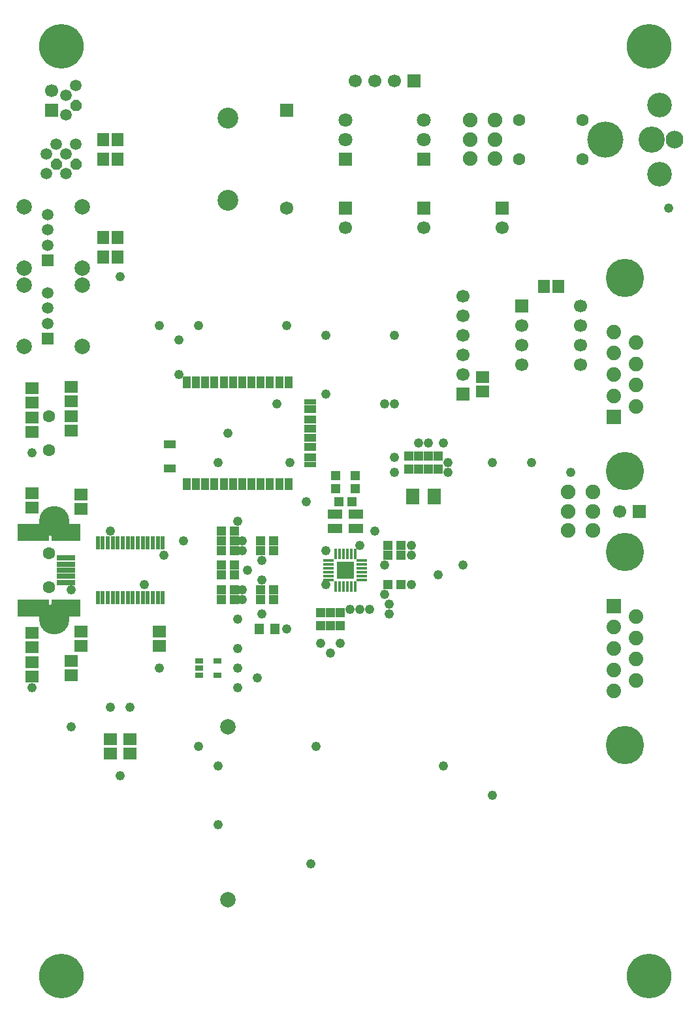
<source format=gbr>
G04 DipTrace 2.1.0.5*
%INBottom Mask.gbr*%
%MOIN*%
%ADD10C,0.0098*%
%ADD11C,0.0055*%
%ADD12C,0.003*%
%ADD13C,0.05*%
%ADD14C,0.025*%
%ADD15C,0.01*%
%ADD16C,0.0125*%
%ADD17C,0.02*%
%ADD18C,0.1*%
%ADD19C,0.0013*%
%ADD20C,0.15*%
%ADD21C,0.0039*%
%ADD22R,0.0591X0.0591*%
%ADD23C,0.0591*%
%ADD24R,0.0433X0.0394*%
%ADD25R,0.0512X0.0591*%
%ADD26R,0.0591X0.0512*%
%ADD27R,0.0394X0.0433*%
%ADD28R,0.063X0.0709*%
%ADD29R,0.0886X0.0197*%
%ADD30R,0.1378X0.0807*%
%ADD31R,0.1535X0.0807*%
%ADD32C,0.0551*%
%ADD33C,0.0984*%
%ADD34R,0.0665X0.0665*%
%ADD35C,0.0665*%
%ADD36C,0.1874*%
%ADD37R,0.0748X0.0394*%
%ADD38R,0.0866X0.0551*%
%ADD39R,0.0354X0.0551*%
%ADD40C,0.0591*%
%ADD41C,0.0512*%
%ADD42R,0.1181X0.0433*%
%ADD43R,0.0787X0.1181*%
%ADD44R,0.0394X0.1181*%
%ADD45C,0.0709*%
%ADD46R,0.063X0.063*%
%ADD47C,0.063*%
%ADD48C,0.0142*%
%ADD49R,0.0315X0.0217*%
%ADD50C,0.06*%
%ADD51C,0.0669*%
%ADD52R,0.0512X0.0512*%
%ADD53C,0.0709*%
%ADD54R,0.0315X0.0512*%
%ADD55R,0.0512X0.0315*%
%ADD56R,0.0512X0.0236*%
%ADD57R,0.0138X0.0571*%
%ADD58C,0.0197*%
%ADD59R,0.0748X0.0098*%
%ADD60R,0.0098X0.0748*%
%ADD61R,0.0315X0.0354*%
%ADD62R,0.0669X0.0598*%
%ADD63C,0.0827*%
%ADD64C,0.1181*%
%ADD65C,0.126*%
%ADD66C,0.1772*%
%ADD67R,0.0394X0.0669*%
%ADD68R,0.0098X0.0472*%
%ADD69R,0.0472X0.0098*%
%ADD70R,0.0787X0.0787*%
%ADD71R,0.1811X0.0197*%
%ADD72R,0.1811X0.0315*%
%ADD73R,0.1535X0.1378*%
%ADD74C,0.1476*%
%ADD75R,0.0669X0.0394*%
%ADD76R,0.0394X0.0472*%
%ADD77C,0.22*%
%ADD78C,0.04*%
%ADD79C,0.0191*%
%ADD80C,0.0394*%
%ADD81C,0.0354*%
%ADD82C,0.0429*%
%ADD83C,0.1283*%
%ADD84C,0.038*%
%ADD85C,0.0315*%
%ADD86C,0.0276*%
%ADD87C,0.063*%
%ADD88C,0.0906*%
%ADD89C,0.1181*%
%ADD90C,0.128*%
%ADD91C,0.13*%
%ADD92C,0.0079*%
%ADD93C,0.0479*%
%ADD94C,0.0321*%
%ADD95C,0.2279*%
%ADD96C,0.2121*%
%ADD97R,0.0472X0.0551*%
%ADD98R,0.0315X0.0394*%
%ADD99R,0.0748X0.0472*%
%ADD100R,0.0591X0.0315*%
%ADD101C,0.1555*%
%ADD102C,0.1398*%
%ADD103R,0.1614X0.1457*%
%ADD104R,0.1457X0.1299*%
%ADD105R,0.189X0.0394*%
%ADD106R,0.1732X0.0236*%
%ADD107R,0.189X0.0276*%
%ADD108R,0.1732X0.0118*%
%ADD109R,0.0866X0.0866*%
%ADD110R,0.0709X0.0709*%
%ADD111R,0.0551X0.0177*%
%ADD112R,0.0394X0.002*%
%ADD113R,0.0177X0.0551*%
%ADD114R,0.002X0.0394*%
%ADD115R,0.0472X0.0748*%
%ADD116R,0.0315X0.0591*%
%ADD117C,0.185*%
%ADD118C,0.1693*%
%ADD119C,0.1339*%
%ADD120C,0.1102*%
%ADD121C,0.0906*%
%ADD122C,0.0748*%
%ADD123R,0.0748X0.0677*%
%ADD124R,0.0591X0.052*%
%ADD125R,0.0236X0.0276*%
%ADD126R,0.0177X0.0827*%
%ADD127R,0.002X0.0669*%
%ADD128R,0.0827X0.0177*%
%ADD129R,0.0669X0.002*%
%ADD130R,0.0217X0.065*%
%ADD131R,0.0059X0.0492*%
%ADD132R,0.0433X0.0157*%
%ADD133R,0.0591X0.0394*%
%ADD134R,0.0433X0.0236*%
%ADD135R,0.0394X0.0591*%
%ADD136R,0.0236X0.0433*%
%ADD137C,0.0787*%
%ADD138R,0.0433X0.0433*%
%ADD139C,0.0748*%
%ADD140C,0.0679*%
%ADD141C,0.0521*%
%ADD142R,0.0394X0.0295*%
%ADD143R,0.0236X0.0138*%
%ADD144R,0.0551X0.0551*%
%ADD145C,0.0787*%
%ADD146R,0.0472X0.126*%
%ADD147R,0.0315X0.1102*%
%ADD148R,0.0866X0.126*%
%ADD149R,0.0709X0.1102*%
%ADD150R,0.126X0.0512*%
%ADD151R,0.1102X0.0354*%
%ADD152C,0.0433*%
%ADD153C,0.0669*%
%ADD154C,0.0512*%
%ADD155R,0.0433X0.063*%
%ADD156R,0.0276X0.0472*%
%ADD157R,0.0945X0.063*%
%ADD158R,0.0787X0.0472*%
%ADD159R,0.0827X0.0472*%
%ADD160R,0.0669X0.0315*%
%ADD161C,0.1953*%
%ADD162C,0.1795*%
%ADD163C,0.0744*%
%ADD164C,0.0587*%
%ADD165R,0.0744X0.0744*%
%ADD166R,0.0587X0.0587*%
%ADD167C,0.1063*%
%ADD168C,0.0472*%
%ADD169R,0.1614X0.0886*%
%ADD170R,0.1457X0.0728*%
%ADD171R,0.1457X0.0886*%
%ADD172R,0.1299X0.0728*%
%ADD173R,0.0965X0.0276*%
%ADD174R,0.0807X0.0118*%
%ADD175R,0.0709X0.0787*%
%ADD176R,0.0551X0.063*%
%ADD177R,0.0472X0.0512*%
%ADD178R,0.0669X0.0591*%
%ADD179R,0.0512X0.0433*%
%ADD180R,0.0591X0.0669*%
%ADD181R,0.0433X0.0512*%
%ADD182R,0.0512X0.0472*%
%ADD183R,0.0354X0.0315*%
%ADD184R,0.0669X0.0669*%
%ADD185C,0.0093*%
%ADD186C,0.0077*%
%ADD187C,0.0154*%
%ADD188C,0.0062*%
%ADD189C,0.0124*%
%FSLAX44Y44*%
%SFA1B1*%
%OFA0B0*%
G04*
G70*
G90*
G75*
G01*
%LNBotMask*%
%LPD*%
D93*
X19000Y22250D3*
X5500Y37000D3*
Y11500D3*
X13500Y30500D3*
X16000Y34000D3*
X22250Y27500D3*
X22000Y28500D3*
X19500Y27750D3*
X16000Y31000D3*
X20750Y28500D3*
X14000Y19000D3*
X1000Y16000D3*
Y26000D3*
Y18067D3*
X9500Y13000D3*
X11500Y16000D3*
X5000Y24000D3*
X23000Y22250D3*
X19000D3*
X8500Y32000D3*
Y33750D3*
X26500Y27500D3*
X24500D3*
X19000Y30500D3*
X19500D3*
X8750Y23500D3*
X18500Y24000D3*
X28500Y27000D3*
X3000Y14000D3*
X7500Y17000D3*
X22250Y27000D3*
X21250Y28500D3*
X19500Y27000D3*
X10500Y9000D3*
Y12000D3*
X1000Y28000D3*
X11500Y18000D3*
X12500Y16500D3*
X15000Y25500D3*
X33500Y40500D3*
X14165Y27500D3*
X10500D3*
X3000Y21000D3*
X20375Y21250D3*
X11500Y19500D3*
Y24500D3*
X18250Y20000D3*
X19000Y20750D3*
X17250Y20000D3*
X17750D3*
X20375Y22750D3*
Y23250D3*
X21750Y21750D3*
X11750Y23000D3*
Y23500D3*
X16250Y17750D3*
X15750Y18250D3*
X16750D3*
X11750Y20500D3*
Y21000D3*
X12750Y21500D3*
Y22500D3*
X12000Y22000D3*
X12750Y19750D3*
Y21500D3*
X12000Y22000D3*
X16000Y23000D3*
Y21250D3*
X17750Y23250D3*
X7500Y34500D3*
X9500D3*
X14000D3*
X19500Y34000D3*
X11000Y29000D3*
X6750Y21250D3*
X11000Y29000D3*
X6000Y15000D3*
X15250Y7000D3*
X22000Y12000D3*
X24500Y10500D3*
X15500Y13000D3*
X5000Y15000D3*
X19250Y20250D3*
X11500Y17000D3*
X19250Y19750D3*
X7755Y22750D3*
X20500Y25750D3*
D184*
X17000Y40492D3*
D51*
Y39508D3*
D184*
X21000Y40492D3*
D51*
Y39508D3*
D184*
X25000Y40492D3*
D51*
Y39508D3*
D178*
X7500Y18874D3*
Y18126D3*
D177*
X21250Y27165D3*
Y27835D3*
D175*
X21551Y25750D3*
X20449D3*
D47*
X1875Y29866D3*
Y28134D3*
D167*
X11000Y45087D3*
Y40913D3*
D165*
X30711Y20181D3*
D163*
Y19091D3*
Y18000D3*
Y16909D3*
Y15819D3*
X31829Y19636D3*
Y18545D3*
Y17455D3*
Y16364D3*
D161*
X31270Y22919D3*
Y13081D3*
D165*
X30711Y29819D3*
D163*
Y30909D3*
Y32000D3*
Y33091D3*
Y34181D3*
X31829Y30364D3*
Y31455D3*
Y32545D3*
Y33636D3*
D161*
X31270Y36919D3*
Y27081D3*
D178*
X1000Y18067D3*
Y18815D3*
Y16567D3*
Y17315D3*
Y25933D3*
Y25185D3*
D184*
X2000Y45500D3*
D153*
Y46500D3*
D23*
X2750Y45250D3*
G36*
X3526Y45865D2*
Y45636D1*
X3364Y45475D1*
X3136D1*
X2974Y45636D1*
Y45865D1*
X3136Y46026D1*
X3364D1*
X3526Y45865D1*
G37*
D23*
X2750Y46250D3*
X3250Y46750D3*
X2750Y42250D3*
G36*
X3526Y42865D2*
Y42636D1*
X3364Y42475D1*
X3136D1*
X2974Y42636D1*
Y42865D1*
X3136Y43026D1*
X3364D1*
X3526Y42865D1*
G37*
D23*
X2750Y43250D3*
X3250Y43750D3*
X1750Y42250D3*
G36*
X2526Y42865D2*
Y42636D1*
X2364Y42475D1*
X2136D1*
X1974Y42636D1*
Y42865D1*
X2136Y43026D1*
X2364D1*
X2526Y42865D1*
G37*
D23*
X1750Y43250D3*
X2250Y43750D3*
D178*
X1000Y30567D3*
Y31315D3*
Y29067D3*
Y29815D3*
D173*
X2750Y21370D3*
Y22000D3*
Y21685D3*
Y22315D3*
D171*
Y23939D3*
Y20061D3*
D169*
X1077D3*
Y23939D3*
D173*
X2750Y22630D3*
D47*
X1875Y21134D3*
Y22866D3*
D145*
X11000Y14000D3*
Y5181D3*
D184*
X23000Y31000D3*
D51*
Y32000D3*
Y33000D3*
Y34000D3*
Y35000D3*
Y36000D3*
D110*
X21000Y43000D3*
D45*
Y44000D3*
Y45000D3*
D110*
X17000Y43000D3*
D45*
Y44000D3*
Y45000D3*
D184*
X26000Y35500D3*
D153*
Y34500D3*
Y33500D3*
Y32500D3*
X29000D3*
Y33500D3*
Y34500D3*
Y35500D3*
D142*
X9528Y16626D3*
Y17000D3*
Y17374D3*
X10472D3*
Y16626D3*
D178*
X5000Y12626D3*
Y13374D3*
X6000Y12626D3*
Y13374D3*
X3500Y25126D3*
Y25874D3*
Y18874D3*
Y18126D3*
X3000Y17374D3*
Y16626D3*
D140*
X14000Y40500D3*
G36*
X14339Y45839D2*
Y45161D1*
X13661D1*
Y45839D1*
X14339D1*
G37*
D178*
X24000Y31874D3*
Y31126D3*
D180*
X4626Y43000D3*
X5374D3*
X4626Y44000D3*
X5374D3*
D178*
X3000Y31374D3*
Y30626D3*
Y29874D3*
Y29126D3*
D139*
X28370Y24016D3*
Y25000D3*
Y25984D3*
X29630D3*
Y25000D3*
Y24016D3*
D23*
X1800Y40181D3*
Y39394D3*
Y38606D3*
D22*
Y37819D3*
D137*
X619Y40575D3*
X3572D3*
X619Y37425D3*
X3572D3*
D23*
X1800Y36181D3*
Y35394D3*
Y34606D3*
D22*
Y33819D3*
D137*
X619Y36575D3*
X3572D3*
X619Y33425D3*
X3572D3*
D182*
X12665Y21000D3*
X13335D3*
D139*
X24630Y44984D3*
Y44000D3*
Y43016D3*
X23370D3*
Y44000D3*
Y44984D3*
D135*
X8902Y31598D3*
X9374D3*
X9846D3*
X10319D3*
X10791D3*
X11264D3*
X11736D3*
X12209D3*
X12681D3*
X13154D3*
X13626D3*
X14098D3*
Y26402D3*
X13626D3*
X13154D3*
X12681D3*
X12209D3*
X11736D3*
X11264D3*
X10791D3*
X10319D3*
X9846D3*
X9374D3*
X8902D3*
D133*
X8035Y27189D3*
Y28449D3*
X15201Y27780D3*
Y30220D3*
D100*
Y27386D3*
D133*
Y28291D3*
Y28764D3*
Y29236D3*
Y29709D3*
D100*
Y30614D3*
D184*
X32000Y25000D3*
D153*
X31000D3*
D130*
X4358Y23388D3*
X4615D3*
X4870D3*
X5126D3*
X5382D3*
X5638D3*
X5894D3*
X6150D3*
X6406D3*
X6662D3*
X6918D3*
X7173D3*
X7429D3*
X7685D3*
Y20612D3*
X7429D3*
X7173D3*
X6918D3*
X6662D3*
X6406D3*
X6150D3*
X5894D3*
X5638D3*
X5382D3*
X5126D3*
X4870D3*
X4615D3*
X4358D3*
D47*
X25886Y42996D3*
Y45004D3*
X29114Y42996D3*
Y45004D3*
D121*
X33819Y44000D3*
D65*
X33031Y45772D3*
Y42228D3*
D119*
X32638Y44000D3*
D117*
X30276D3*
D184*
X20500Y47000D3*
D153*
X19500D3*
X18500D3*
X17500D3*
D180*
X27126Y36500D3*
X27874D3*
D113*
X16508Y22846D3*
X16705D3*
X16902D3*
X17098D3*
X17295D3*
X17492D3*
D111*
X17846Y22492D3*
Y22295D3*
Y22098D3*
Y21902D3*
Y21705D3*
Y21508D3*
D113*
X17492Y21154D3*
X17295D3*
X17098D3*
X16902D3*
X16705D3*
X16508D3*
D111*
X16154Y21508D3*
Y21705D3*
Y21902D3*
Y22098D3*
Y22295D3*
Y22492D3*
D109*
X17000Y22000D3*
D101*
X2157Y24500D3*
Y19500D3*
D177*
X17500Y26835D3*
Y26165D3*
X16500Y26835D3*
Y26165D3*
D99*
X17531Y24146D3*
X16469D3*
Y24854D3*
X17531D3*
D182*
X12665Y20500D3*
X13335D3*
X12665Y23500D3*
X13335D3*
X12665Y23000D3*
X13335D3*
D97*
X13394Y19000D3*
X12606D3*
D182*
X10665Y22250D3*
X11335D3*
X10665Y21750D3*
X11335D3*
Y23000D3*
X10665D3*
X11335Y23500D3*
X10665D3*
X11335Y20500D3*
X10665D3*
X11335Y21000D3*
X10665D3*
X11335Y24000D3*
X10665D3*
X16665Y25500D3*
X17335D3*
D177*
X15750Y19165D3*
Y19835D3*
X16250Y19165D3*
Y19835D3*
X16750Y19165D3*
Y19835D3*
D182*
X19165Y22750D3*
X19835D3*
X19165Y21250D3*
X19835D3*
X19165Y23250D3*
X19835D3*
D177*
X21750Y27165D3*
Y27835D3*
X20750Y27165D3*
Y27835D3*
X20250Y27165D3*
Y27835D3*
D180*
X5374Y39000D3*
X4626D3*
X5374Y38000D3*
X4626D3*
D95*
X2500Y1250D3*
X32500D3*
X2500Y48750D3*
X32500D3*
M02*

</source>
